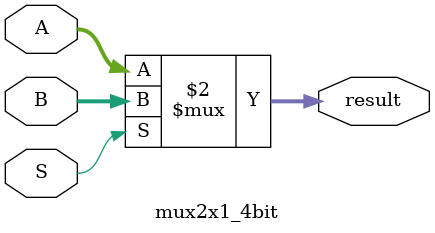
<source format=v>
module mux2x1_4bit(
	input [4:0] A, B,
   input S,
   output [4:0] result);
	
   assign result = (S == 1'b0) ? A : B;
	
endmodule

</source>
